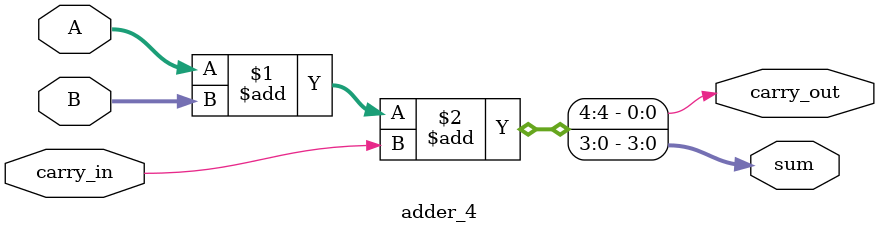
<source format=sv>
module adder_4 (
  input logic [3:0] A, B,
  input logic carry_in,
  output logic [3:0] sum,
  output logic carry_out
);
  assign {carry_out, sum} = A+B+carry_in;

endmodule
</source>
